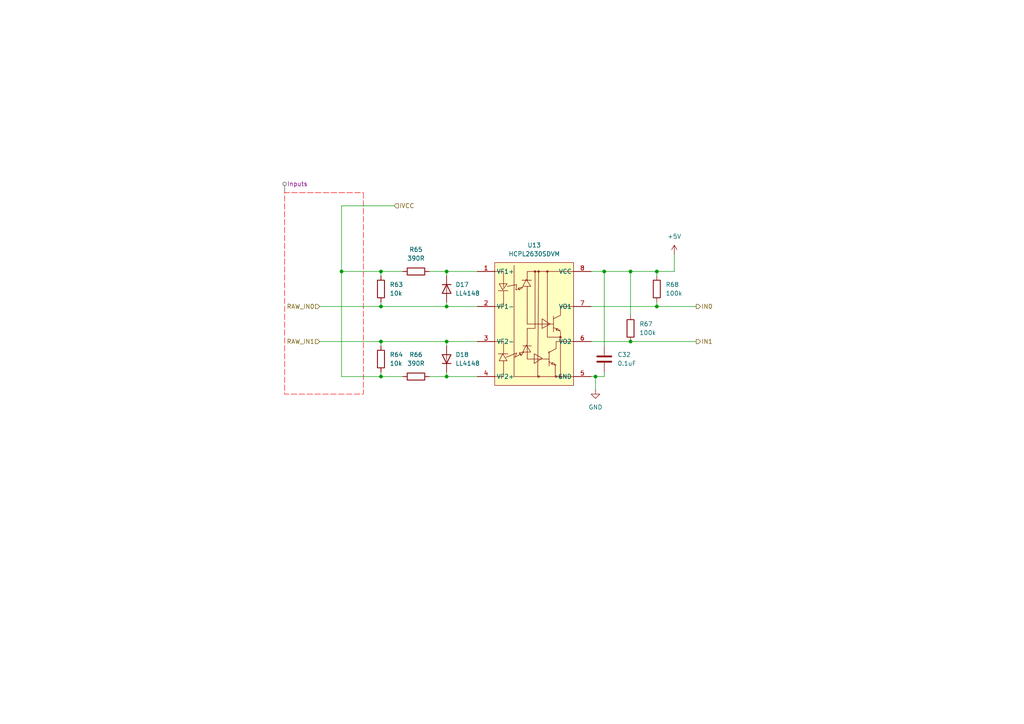
<source format=kicad_sch>
(kicad_sch (version 20250114) (generator "eeschema") (generator_version "9.0")
  (paper "A4")
  (lib_symbols
    (symbol "Device:C" (pin_numbers (hide yes)) (pin_names (offset 0.254))
      (property "Reference" "C" (at 0.635 2.54 0))
      (property "Value" "C" (at 0.635 -2.54 0))
      (symbol "C_0_1"
        (polyline (pts (xy -2.032 0.762) (xy 2.032 0.762)) (stroke (width 0.508)))
        (polyline (pts (xy -2.032 -0.762) (xy 2.032 -0.762)) (stroke (width 0.508)))
      )
      (symbol "C_1_1"
        (pin passive line (at 0 3.81 270) (length 2.794) (name "~") (number "1"))
        (pin passive line (at 0 -3.81 90) (length 2.794) (name "~") (number "2"))
      )
    )
    (symbol "Device:R" (pin_numbers (hide yes)) (pin_names (offset 0))
      (property "Reference" "R" (at 2.032 0 90))
      (property "Value" "R" (at 0 0 90))
      (symbol "R_0_1"
        (rectangle (start -1.016 -2.54) (end 1.016 2.54) (stroke (width 0.254)))
      )
      (symbol "R_1_1"
        (pin passive line (at 0 3.81 270) (length 1.27) (name "~") (number "1"))
        (pin passive line (at 0 -3.81 90) (length 1.27) (name "~") (number "2"))
      )
    )
    (symbol "Diode:LL4148" (pin_numbers (hide yes)) (pin_names (hide yes))
      (property "Reference" "D" (at 0 2.54 0))
      (property "Value" "LL4148" (at 0 -2.54 0))
      (symbol "LL4148_0_1"
        (polyline (pts (xy -1.27 1.27) (xy -1.27 -1.27)) (stroke (width 0.254)))
        (polyline (pts (xy 1.27 1.27) (xy 1.27 -1.27) (xy -1.27 0) (xy 1.27 1.27)) (stroke (width 0.254)))
        (polyline (pts (xy 1.27 0) (xy -1.27 0)))
      )
      (symbol "LL4148_1_1"
        (pin passive line (at -3.81 0 0) (length 2.54) (name "K") (number "1"))
        (pin passive line (at 3.81 0 180) (length 2.54) (name "A") (number "2"))
      )
    )
    (symbol "ICs:HCPL2630SDVM"
      (property "Reference" "U" (at 0 20.32 0))
      (property "Value" "HCPL2630SDVM" (at 0 -20.32 0))
      (symbol "HCPL2630SDVM_0_1"
        (rectangle (start -12.7 17.78) (end 10.16 -17.78) (fill (type background)))
        (polyline (pts (xy -12.7 5.08) (xy -10.16 5.08) (xy -10.16 9.65)))
        (polyline (pts (xy -12.7 -5.08) (xy -10.16 -5.08) (xy -10.16 -8.64)))
        (polyline (pts (xy -11.68 9.65) (xy -8.89 9.65)))
        (polyline (pts (xy -11.68 -8.64) (xy -8.89 -8.64)))
        (polyline (pts (xy -10.16 10.67) (xy -10.16 15.24) (xy -12.7 15.24)))
        (polyline (pts (xy -10.16 -10.67) (xy -10.16 -15.24) (xy -12.7 -15.24)))
        (polyline (pts (xy -9.4 -9.65) (xy -6.35 -8.38) (xy -6.86 -9.65) (xy -5.08 -8.64)))
        (polyline (pts (xy -9.14 11.68) (xy -10.41 9.91) (xy -11.43 11.68) (xy -9.14 11.68) (xy -9.14 11.68)) (fill (type background)))
        (polyline (pts (xy -9.14 10.92) (xy -6.35 11.43) (xy -6.6 9.91) (xy -5.59 10.16)))
        (polyline (pts (xy -9.14 -10.67) (xy -10.41 -8.64) (xy -11.43 -10.67) (xy -9.14 -10.67) (xy -9.14 -10.67)) (fill (type background)))
        (polyline (pts (xy -7.11 17.02) (xy -7.11 -15.24)))
        (polyline (pts (xy -5.84 10.41) (xy -5.59 9.91)))
        (polyline (pts (xy -5.59 9.91) (xy -4.57 10.67) (xy -5.84 10.41) (xy -5.59 9.91)) (fill (type background)))
        (polyline (pts (xy -5.59 -8.38) (xy -5.08 -9.14)))
        (polyline (pts (xy -5.08 -9.14) (xy -4.32 -8.13) (xy -5.59 -8.38) (xy -5.08 -9.14)) (fill (type background)))
        (polyline (pts (xy -4.83 12.7) (xy -2.03 12.7)))
        (polyline (pts (xy -4.57 -6.35) (xy -2.03 -6.35)))
        (polyline (pts (xy -3.3 0) (xy -3.3 10.92)))
        (polyline (pts (xy -3.3 0) (xy 4.32 0)))
        (polyline (pts (xy -2.29 10.92) (xy -3.56 12.95) (xy -4.57 10.92) (xy -2.29 10.92) (xy -2.29 10.92)) (fill (type background)))
        (polyline (pts (xy -2.29 -8.13) (xy -3.56 -6.1) (xy -4.57 -8.13) (xy -2.29 -8.13) (xy -2.29 -8.13)) (fill (type background)))
        (polyline (pts (xy -1.27 -11.43) (xy 1.02 -9.91) (xy -1.27 -8.64) (xy -1.27 -11.43) (xy 1.02 -9.91) (xy -1.27 -8.64) (xy -1.27 -11.43) (xy -1.27 -11.43)) (fill (type background)))
        (circle (center -1.02 15.24) (radius 0.25))
        (polyline (pts (xy -1.02 15.24) (xy -1.02 -1.27) (xy -3.3 -1.27) (xy -3.3 -10.16) (xy 3.05 -10.16)))
        (circle (center 0 15.24) (radius 0.25))
        (polyline (pts (xy 0 15.24) (xy -0.25 -14.99)))
        (circle (center 0 -15.24) (radius 0.25))
        (polyline (pts (xy 1.02 -1.27) (xy 3.3 0) (xy 1.02 1.52) (xy 1.02 -1.27) (xy 3.3 0) (xy 1.02 1.52) (xy 1.02 -1.27) (xy 1.02 -1.27)) (fill (type background)))
        (polyline (pts (xy 2.54 15.24) (xy 2.54 -3.81) (xy 6.35 -3.81)))
        (circle (center 2.54 15.24) (radius 0.25))
        (polyline (pts (xy 2.79 -8.38) (xy 5.08 -7.11) (xy 5.08 -5.08) (xy 10.16 -5.08)))
        (polyline (pts (xy 3.05 -7.87) (xy 3.05 -12.19)))
        (polyline (pts (xy 3.05 -10.92) (xy 3.81 -11.43)))
        (polyline (pts (xy 4.06 -11.18) (xy 3.81 -11.68)))
        (polyline (pts (xy 4.06 -11.18) (xy 5.08 -11.94) (xy 3.81 -11.68) (xy 4.06 -11.18)) (fill (type background)))
        (polyline (pts (xy 4.32 2.29) (xy 4.32 -2.29)))
        (polyline (pts (xy 4.32 1.52) (xy 6.35 2.54) (xy 6.35 5.08) (xy 10.16 5.08)))
        (polyline (pts (xy 4.32 -1.02) (xy 5.33 -1.52)))
        (polyline (pts (xy 4.83 -11.94) (xy 4.83 -14.99)))
        (circle (center 5.08 -15.24) (radius 0.25))
        (polyline (pts (xy 5.33 -1.27) (xy 5.08 -1.78)))
        (polyline (pts (xy 5.33 -1.27) (xy 6.35 -2.03) (xy 5.08 -1.78) (xy 5.33 -1.27)) (fill (type background)))
        (polyline (pts (xy 6.35 -2.29) (xy 6.35 -15.24)))
        (circle (center 6.35 -3.81) (radius 0.25))
        (circle (center 6.35 -15.24) (radius 0.25))
        (polyline (pts (xy 10.16 15.24) (xy -3.3 15.24) (xy -3.3 12.45)))
        (polyline (pts (xy 10.16 -15.24) (xy -7.11 -15.24)))
        (pin unspecified line (at -17.78 15.24 0) (length 5.08) (name "VF1+") (number "1"))
        (pin unspecified line (at -17.78 5.08 0) (length 5.08) (name "VF1-") (number "2"))
        (pin unspecified line (at -17.78 -5.08 0) (length 5.08) (name "VF2-") (number "3"))
        (pin unspecified line (at -17.78 -15.24 0) (length 5.08) (name "VF2+") (number "4"))
        (pin unspecified line (at 15.24 15.24 180) (length 5.08) (name "VCC") (number "8"))
        (pin unspecified line (at 15.24 5.08 180) (length 5.08) (name "VO1") (number "7"))
        (pin unspecified line (at 15.24 -5.08 180) (length 5.08) (name "VO2") (number "6"))
        (pin unspecified line (at 15.24 -15.24 180) (length 5.08) (name "GND") (number "5"))
      )
    )
    (symbol "power:+5V" (power) (pin_numbers (hide yes)) (pin_names (offset 0) (hide yes))
      (property "Value" "+5V" (at 0 3.556 0))
      (symbol "+5V_0_1"
        (polyline (pts (xy -0.762 1.27) (xy 0 2.54)))
        (polyline (pts (xy 0 2.54) (xy 0.762 1.27)))
        (polyline (pts (xy 0 0) (xy 0 2.54)))
      )
      (symbol "+5V_1_1"
        (pin power_in line (at 0 0 90) (length 0) (name "~") (number "1"))
      )
    )
    (symbol "power:GND" (power) (pin_numbers (hide yes)) (pin_names (offset 0) (hide yes))
      (property "Value" "GND" (at 0 -3.81 0))
      (symbol "GND_0_1"
        (polyline (pts (xy 0 0) (xy 0 -1.27) (xy 1.27 -1.27) (xy 0 -2.54) (xy -1.27 -1.27) (xy 0 -1.27)))
      )
      (symbol "GND_1_1"
        (pin power_in line (at 0 0 270) (length 0) (name "~") (number "1"))
      )
    )
  )
  (junction (at 182.88 99.06))
  (junction (at 172.72 109.22))
  (junction (at 190.5 78.74))
  (junction (at 110.49 88.9))
  (junction (at 129.54 88.9))
  (junction (at 190.5 88.9))
  (junction (at 129.54 99.06))
  (junction (at 110.49 99.06))
  (junction (at 129.54 109.22))
  (junction (at 110.49 109.22))
  (junction (at 175.26 78.74))
  (junction (at 99.06 78.74))
  (junction (at 129.54 78.74))
  (junction (at 110.49 78.74))
  (junction (at 182.88 78.74))
  (wire (pts (xy 124.46 109.22) (xy 129.54 109.22)))
  (wire (pts (xy 114.3 59.69) (xy 99.06 59.69)))
  (wire (pts (xy 99.06 59.69) (xy 99.06 78.74)))
  (wire (pts (xy 190.5 88.9) (xy 201.93 88.9)))
  (wire (pts (xy 182.88 99.06) (xy 201.93 99.06)))
  (wire (pts (xy 129.54 78.74) (xy 138.43 78.74)))
  (wire (pts (xy 182.88 78.74) (xy 190.5 78.74)))
  (wire (pts (xy 110.49 99.06) (xy 129.54 99.06)))
  (wire (pts (xy 171.45 78.74) (xy 175.26 78.74)))
  (wire (pts (xy 172.72 113.03) (xy 172.72 109.22)))
  (wire (pts (xy 99.06 78.74) (xy 110.49 78.74)))
  (wire (pts (xy 172.72 109.22) (xy 175.26 109.22)))
  (wire (pts (xy 190.5 78.74) (xy 190.5 80.01)))
  (wire (pts (xy 110.49 78.74) (xy 116.84 78.74)))
  (wire (pts (xy 124.46 78.74) (xy 129.54 78.74)))
  (wire (pts (xy 129.54 107.95) (xy 129.54 109.22)))
  (wire (pts (xy 110.49 88.9) (xy 110.49 87.63)))
  (wire (pts (xy 138.43 99.06) (xy 129.54 99.06)))
  (wire (pts (xy 175.26 109.22) (xy 175.26 107.95)))
  (wire (pts (xy 195.58 78.74) (xy 190.5 78.74)))
  (wire (pts (xy 172.72 109.22) (xy 171.45 109.22)))
  (wire (pts (xy 110.49 99.06) (xy 92.71 99.06)))
  (wire (pts (xy 129.54 87.63) (xy 129.54 88.9)))
  (wire (pts (xy 92.71 88.9) (xy 110.49 88.9)))
  (wire (pts (xy 129.54 88.9) (xy 138.43 88.9)))
  (wire (pts (xy 195.58 73.66) (xy 195.58 78.74)))
  (wire (pts (xy 110.49 100.33) (xy 110.49 99.06)))
  (wire (pts (xy 182.88 78.74) (xy 182.88 91.44)))
  (wire (pts (xy 175.26 78.74) (xy 175.26 100.33)))
  (wire (pts (xy 175.26 78.74) (xy 182.88 78.74)))
  (wire (pts (xy 171.45 99.06) (xy 182.88 99.06)))
  (wire (pts (xy 171.45 88.9) (xy 190.5 88.9)))
  (wire (pts (xy 129.54 109.22) (xy 138.43 109.22)))
  (wire (pts (xy 110.49 109.22) (xy 110.49 107.95)))
  (wire (pts (xy 110.49 109.22) (xy 99.06 109.22)))
  (wire (pts (xy 129.54 99.06) (xy 129.54 100.33)))
  (wire (pts (xy 110.49 80.01) (xy 110.49 78.74)))
  (wire (pts (xy 99.06 109.22) (xy 99.06 78.74)))
  (wire (pts (xy 190.5 87.63) (xy 190.5 88.9)))
  (wire (pts (xy 116.84 109.22) (xy 110.49 109.22)))
  (wire (pts (xy 129.54 78.74) (xy 129.54 80.01)))
  (wire (pts (xy 129.54 88.9) (xy 110.49 88.9)))
  (hierarchical_label "IVCC" (shape input) (at 114.3 59.69 0))
  (hierarchical_label "IN0" (shape output) (at 201.93 88.9 0))
  (hierarchical_label "RAW_IN1" (shape input) (at 92.71 99.06 180))
  (hierarchical_label "RAW_IN0" (shape input) (at 92.71 88.9 180))
  (hierarchical_label "IN1" (shape output) (at 201.93 99.06 0))
  (rule_area (polyline (pts (xy 105.41 55.88) (xy 105.41 114.3) (xy 82.55 114.3) (xy 82.55 55.88)) (stroke (width 0) (type dash))))
  (netclass_flag "" (length 2.54) (shape round) (at 82.55 55.88 0) (property "Netclass" "Inputs" (at 83.2485 53.34 0) (effects (justify left))))
  (symbol (lib_id "power:+5V") (at 195.58 73.66 0) (unit 1)
    (property "Reference" "#PWR046" (effects (hide yes)))
    (property "Value" "+5V" (at 195.58 68.58 0))
    (property "Description" "Power symbol creates a global label with name \"+5V\"" (effects (hide yes)))
    (instances (project "esp32-didatic-kit" (path "" (reference "#PWR054") (unit 1)) (path "" (reference "#PWR060") (unit 1)) (path "" (reference "#PWR046") (unit 1)) (path "" (reference "#PWR050") (unit 1)) (path "" (reference "#PWR048") (unit 1)) (path "" (reference "#PWR052") (unit 1)) (path "" (reference "#PWR058") (unit 1)) (path "" (reference "#PWR056") (unit 1))))
  )
  (symbol (lib_id "Device:C") (at 175.26 104.14 0) (unit 1)
    (property "Reference" "C28" (at 179.07 102.8699 0) (effects (justify left)))
    (property "Value" "0.1uF" (at 179.07 105.4099 0) (effects (justify left)))
    (property "Footprint" "Capacitor_SMD:C_0603_1608Metric" (effects (hide yes)))
    (property "Description" "Unpolarized capacitor" (effects (hide yes)))
    (instances (project "esp32-didatic-kit" (path "" (reference "C32") (unit 1)) (path "" (reference "C35") (unit 1)) (path "" (reference "C28") (unit 1)) (path "" (reference "C30") (unit 1)) (path "" (reference "C29") (unit 1)) (path "" (reference "C31") (unit 1)) (path "" (reference "C34") (unit 1)) (path "" (reference "C33") (unit 1))))
  )
  (symbol (lib_id "Device:R") (at 110.49 83.82 180) (unit 1)
    (property "Reference" "R39" (at 113.03 82.5499 0) (effects (justify right)))
    (property "Value" "10k" (at 113.03 85.0899 0) (effects (justify right)))
    (property "Footprint" "Resistor_SMD:R_0603_1608Metric" (effects (hide yes)))
    (property "Description" "Resistor" (effects (hide yes)))
    (instances (project "esp32-didatic-kit" (path "" (reference "R63") (unit 1)) (path "" (reference "R81") (unit 1)) (path "" (reference "R39") (unit 1)) (path "" (reference "R51") (unit 1)) (path "" (reference "R45") (unit 1)) (path "" (reference "R57") (unit 1)) (path "" (reference "R75") (unit 1)) (path "" (reference "R69") (unit 1))))
  )
  (symbol (lib_id "Device:R") (at 120.65 78.74 90) (unit 1)
    (property "Reference" "R41" (at 120.65 72.39 90))
    (property "Value" "390R" (at 120.65 74.93 90))
    (property "Footprint" "Resistor_SMD:R_1210_3225Metric" (effects (hide yes)))
    (property "Description" "RES 390Ω ±5% 500mW 1210" (effects (hide yes)))
    (instances (project "esp32-didatic-kit" (path "" (reference "R65") (unit 1)) (path "" (reference "R83") (unit 1)) (path "" (reference "R41") (unit 1)) (path "" (reference "R53") (unit 1)) (path "" (reference "R47") (unit 1)) (path "" (reference "R59") (unit 1)) (path "" (reference "R77") (unit 1)) (path "" (reference "R71") (unit 1))))
  )
  (symbol (lib_id "ICs:HCPL2630SDVM") (at 156.21 93.98 0) (unit 1)
    (property "Reference" "U9" (at 154.94 71.12 0))
    (property "Value" "HCPL2630SDVM" (at 154.94 73.66 0))
    (property "Footprint" "ICs:PDIP8_GW" (effects (hide yes)))
    (property "LCSC Part" "C899522" (effects (hide yes)))
    (property "Partnumber" "6N137SDVM" (effects (hide yes)))
    (property "Manufacturer" "Onsemi" (effects (hide yes)))
    (instances (project "esp32-didatic-kit" (path "" (reference "U13") (unit 1)) (path "" (reference "U16") (unit 1)) (path "" (reference "U9") (unit 1)) (path "" (reference "U11") (unit 1)) (path "" (reference "U10") (unit 1)) (path "" (reference "U12") (unit 1)) (path "" (reference "U15") (unit 1)) (path "" (reference "U14") (unit 1))))
  )
  (symbol (lib_id "Device:R") (at 182.88 95.25 180) (unit 1)
    (property "Reference" "R43" (at 185.42 93.9799 0) (effects (justify right)))
    (property "Value" "100k" (at 185.42 96.5199 0) (effects (justify right)))
    (property "Footprint" "Resistor_SMD:R_0603_1608Metric" (effects (hide yes)))
    (property "Description" "Resistor" (effects (hide yes)))
    (instances (project "esp32-didatic-kit" (path "" (reference "R67") (unit 1)) (path "" (reference "R85") (unit 1)) (path "" (reference "R43") (unit 1)) (path "" (reference "R55") (unit 1)) (path "" (reference "R49") (unit 1)) (path "" (reference "R61") (unit 1)) (path "" (reference "R79") (unit 1)) (path "" (reference "R73") (unit 1))))
  )
  (symbol (lib_id "Device:R") (at 120.65 109.22 90) (unit 1)
    (property "Reference" "R42" (at 120.65 102.87 90))
    (property "Value" "390R" (at 120.65 105.41 90))
    (property "Footprint" "Resistor_SMD:R_1210_3225Metric" (effects (hide yes)))
    (property "Description" "RES 390Ω ±5% 500mW 1210" (effects (hide yes)))
    (instances (project "esp32-didatic-kit" (path "" (reference "R66") (unit 1)) (path "" (reference "R84") (unit 1)) (path "" (reference "R42") (unit 1)) (path "" (reference "R54") (unit 1)) (path "" (reference "R48") (unit 1)) (path "" (reference "R60") (unit 1)) (path "" (reference "R78") (unit 1)) (path "" (reference "R72") (unit 1))))
  )
  (symbol (lib_id "Device:R") (at 190.5 83.82 180) (unit 1)
    (property "Reference" "R44" (at 193.04 82.5499 0) (effects (justify right)))
    (property "Value" "100k" (at 193.04 85.0899 0) (effects (justify right)))
    (property "Footprint" "Resistor_SMD:R_0603_1608Metric" (effects (hide yes)))
    (property "Description" "Resistor" (effects (hide yes)))
    (instances (project "esp32-didatic-kit" (path "" (reference "R68") (unit 1)) (path "" (reference "R86") (unit 1)) (path "" (reference "R44") (unit 1)) (path "" (reference "R56") (unit 1)) (path "" (reference "R50") (unit 1)) (path "" (reference "R62") (unit 1)) (path "" (reference "R80") (unit 1)) (path "" (reference "R74") (unit 1))))
  )
  (symbol (lib_id "Diode:LL4148") (at 129.54 83.82 270) (unit 1)
    (property "Reference" "D9" (at 132.08 82.5499 90) (effects (justify left)))
    (property "Value" "LL4148" (at 132.08 85.0899 90) (effects (justify left)))
    (property "Footprint" "Diode_SMD:D_MiniMELF" (effects (hide yes)))
    (property "Datasheet" "http://www.vishay.com/docs/85557/ll4148.pdf" (effects (hide yes)))
    (property "Description" "100V 0.15A standard switching diode, MiniMELF" (effects (hide yes)))
    (property "Sim.Device" "D" (effects (hide yes)))
    (property "Sim.Pins" "1=K 2=A" (effects (hide yes)))
    (instances (project "esp32-didatic-kit" (path "" (reference "D17") (unit 1)) (path "" (reference "D23") (unit 1)) (path "" (reference "D9") (unit 1)) (path "" (reference "D13") (unit 1)) (path "" (reference "D11") (unit 1)) (path "" (reference "D15") (unit 1)) (path "" (reference "D21") (unit 1)) (path "" (reference "D19") (unit 1))))
  )
  (symbol (lib_id "Device:R") (at 110.49 104.14 180) (unit 1)
    (property "Reference" "R40" (at 113.03 102.8699 0) (effects (justify right)))
    (property "Value" "10k" (at 113.03 105.4099 0) (effects (justify right)))
    (property "Footprint" "Resistor_SMD:R_0603_1608Metric" (effects (hide yes)))
    (property "Description" "Resistor" (effects (hide yes)))
    (instances (project "esp32-didatic-kit" (path "" (reference "R64") (unit 1)) (path "" (reference "R82") (unit 1)) (path "" (reference "R40") (unit 1)) (path "" (reference "R52") (unit 1)) (path "" (reference "R46") (unit 1)) (path "" (reference "R58") (unit 1)) (path "" (reference "R76") (unit 1)) (path "" (reference "R70") (unit 1))))
  )
  (symbol (lib_id "power:GND") (at 172.72 113.03 0) (unit 1)
    (property "Reference" "#PWR045" (effects (hide yes)))
    (property "Value" "GND" (at 172.72 118.11 0))
    (property "Description" "Power symbol creates a global label with name \"GND\" , ground" (effects (hide yes)))
    (instances (project "esp32-didatic-kit" (path "" (reference "#PWR053") (unit 1)) (path "" (reference "#PWR059") (unit 1)) (path "" (reference "#PWR045") (unit 1)) (path "" (reference "#PWR049") (unit 1)) (path "" (reference "#PWR047") (unit 1)) (path "" (reference "#PWR051") (unit 1)) (path "" (reference "#PWR057") (unit 1)) (path "" (reference "#PWR055") (unit 1))))
  )
  (symbol (lib_id "Diode:LL4148") (at 129.54 104.14 90) (unit 1)
    (property "Reference" "D10" (at 132.08 102.8699 90) (effects (justify right)))
    (property "Value" "LL4148" (at 132.08 105.4099 90) (effects (justify right)))
    (property "Footprint" "Diode_SMD:D_MiniMELF" (effects (hide yes)))
    (property "Datasheet" "http://www.vishay.com/docs/85557/ll4148.pdf" (effects (hide yes)))
    (property "Description" "100V 0.15A standard switching diode, MiniMELF" (effects (hide yes)))
    (property "Sim.Device" "D" (effects (hide yes)))
    (property "Sim.Pins" "1=K 2=A" (effects (hide yes)))
    (instances (project "esp32-didatic-kit" (path "" (reference "D18") (unit 1)) (path "" (reference "D24") (unit 1)) (path "" (reference "D10") (unit 1)) (path "" (reference "D14") (unit 1)) (path "" (reference "D12") (unit 1)) (path "" (reference "D16") (unit 1)) (path "" (reference "D22") (unit 1)) (path "" (reference "D20") (unit 1))))
  )
)
</source>
